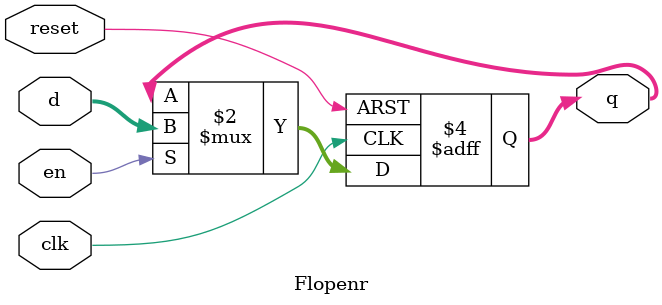
<source format=v>
`timescale 1ns / 1ps

module Flopenr
#(parameter WIDTH = 8)
(	
	input 			  clk,reset,en,
	input 	   [WIDTH-1:0] d,
	
	output reg [WIDTH-1:0] q
);

always@(posedge clk or posedge reset)
begin
	if (reset)
		q <= #1 0;
	else if(en)
		q <= #1 d;
end	

endmodule
</source>
